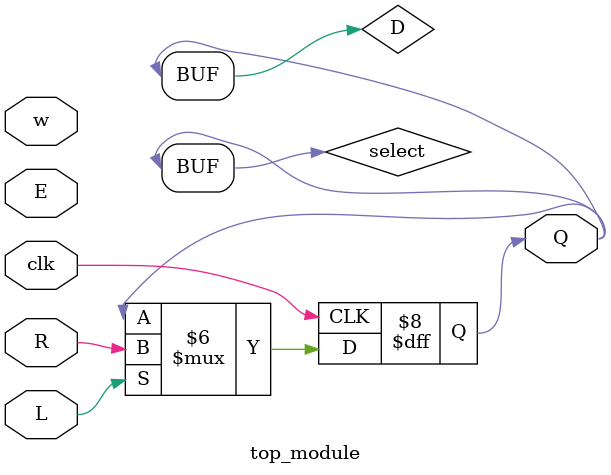
<source format=sv>
module top_module (
    input clk,
    input w,
    input R,
    input E,
    input L,
    output reg Q
);

    wire select;
    wire D;

    // Single D Flip Flop
    always @(posedge clk) begin
        if (L) begin
            Q <= R;
        end else if (E) begin
            Q <= select;
        end
    end

    // Mux
    assign select = w ? D : Q;
    assign D = Q;    

endmodule

</source>
